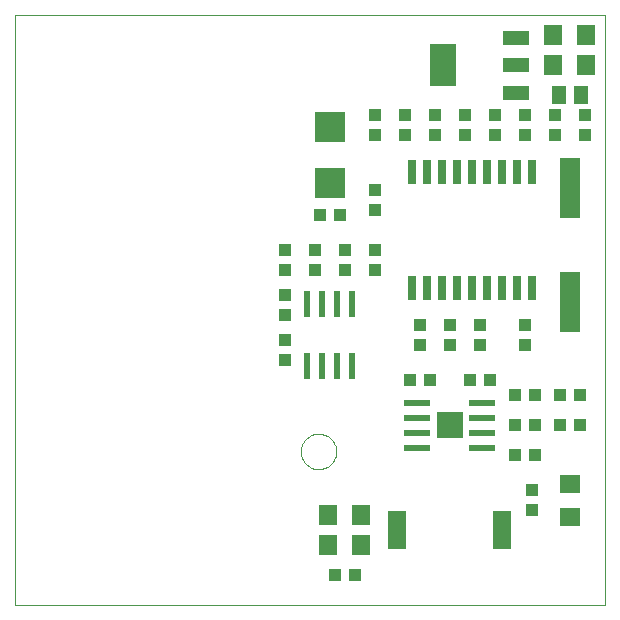
<source format=gtp>
G75*
G70*
%OFA0B0*%
%FSLAX24Y24*%
%IPPOS*%
%LPD*%
%AMOC8*
5,1,8,0,0,1.08239X$1,22.5*
%
%ADD10C,0.0000*%
%ADD11R,0.0260X0.0800*%
%ADD12R,0.0433X0.0394*%
%ADD13R,0.0394X0.0433*%
%ADD14R,0.0700X0.2000*%
%ADD15R,0.0240X0.0870*%
%ADD16R,0.1000X0.1000*%
%ADD17R,0.0630X0.0709*%
%ADD18R,0.0880X0.0480*%
%ADD19R,0.0866X0.1417*%
%ADD20R,0.0512X0.0591*%
%ADD21R,0.0870X0.0240*%
%ADD22R,0.0906X0.0906*%
%ADD23R,0.0630X0.1299*%
%ADD24R,0.0709X0.0630*%
D10*
X000655Y000655D02*
X000655Y020340D01*
X020340Y020340D01*
X020340Y000655D01*
X000655Y000655D01*
X010189Y005780D02*
X010191Y005828D01*
X010197Y005876D01*
X010207Y005923D01*
X010220Y005969D01*
X010238Y006014D01*
X010258Y006058D01*
X010283Y006100D01*
X010311Y006139D01*
X010341Y006176D01*
X010375Y006210D01*
X010412Y006242D01*
X010450Y006271D01*
X010491Y006296D01*
X010534Y006318D01*
X010579Y006336D01*
X010625Y006350D01*
X010672Y006361D01*
X010720Y006368D01*
X010768Y006371D01*
X010816Y006370D01*
X010864Y006365D01*
X010912Y006356D01*
X010958Y006344D01*
X011003Y006327D01*
X011047Y006307D01*
X011089Y006284D01*
X011129Y006257D01*
X011167Y006227D01*
X011202Y006194D01*
X011234Y006158D01*
X011264Y006120D01*
X011290Y006079D01*
X011312Y006036D01*
X011332Y005992D01*
X011347Y005947D01*
X011359Y005900D01*
X011367Y005852D01*
X011371Y005804D01*
X011371Y005756D01*
X011367Y005708D01*
X011359Y005660D01*
X011347Y005613D01*
X011332Y005568D01*
X011312Y005524D01*
X011290Y005481D01*
X011264Y005440D01*
X011234Y005402D01*
X011202Y005366D01*
X011167Y005333D01*
X011129Y005303D01*
X011089Y005276D01*
X011047Y005253D01*
X011003Y005233D01*
X010958Y005216D01*
X010912Y005204D01*
X010864Y005195D01*
X010816Y005190D01*
X010768Y005189D01*
X010720Y005192D01*
X010672Y005199D01*
X010625Y005210D01*
X010579Y005224D01*
X010534Y005242D01*
X010491Y005264D01*
X010450Y005289D01*
X010412Y005318D01*
X010375Y005350D01*
X010341Y005384D01*
X010311Y005421D01*
X010283Y005460D01*
X010258Y005502D01*
X010238Y005546D01*
X010220Y005591D01*
X010207Y005637D01*
X010197Y005684D01*
X010191Y005732D01*
X010189Y005780D01*
D11*
X013905Y011225D03*
X014405Y011225D03*
X014905Y011225D03*
X015405Y011225D03*
X015905Y011225D03*
X016405Y011225D03*
X016905Y011225D03*
X017405Y011225D03*
X017905Y011225D03*
X017905Y015085D03*
X017405Y015085D03*
X016905Y015085D03*
X016405Y015085D03*
X015905Y015085D03*
X015405Y015085D03*
X014905Y015085D03*
X014405Y015085D03*
X013905Y015085D03*
D12*
X014655Y016320D03*
X014655Y016990D03*
X015655Y016990D03*
X015655Y016320D03*
X016655Y016320D03*
X016655Y016990D03*
X017655Y016990D03*
X017655Y016320D03*
X018655Y016320D03*
X018655Y016990D03*
X012655Y016990D03*
X012655Y016320D03*
X011490Y013655D03*
X010820Y013655D03*
X010655Y012490D03*
X010655Y011820D03*
X009655Y011820D03*
X009655Y012490D03*
X011655Y012490D03*
X011655Y011820D03*
X014155Y009990D03*
X014155Y009320D03*
X015155Y009320D03*
X015155Y009990D03*
X016155Y009990D03*
X016155Y009320D03*
X015820Y008155D03*
X016490Y008155D03*
X017320Y006655D03*
X017990Y006655D03*
X018820Y007655D03*
X019490Y007655D03*
X017905Y004490D03*
X017905Y003820D03*
X014490Y008155D03*
X013820Y008155D03*
X011990Y001655D03*
X011320Y001655D03*
D13*
X017320Y005655D03*
X017990Y005655D03*
X018820Y006655D03*
X019490Y006655D03*
X017990Y007655D03*
X017320Y007655D03*
X017655Y009320D03*
X017655Y009990D03*
X012655Y011820D03*
X012655Y012490D03*
X012655Y013820D03*
X012655Y014490D03*
X013655Y016320D03*
X013655Y016990D03*
X009655Y010990D03*
X009655Y010320D03*
X009655Y009490D03*
X009655Y008820D03*
X019655Y016320D03*
X019655Y016990D03*
D14*
X019155Y014555D03*
X019155Y010755D03*
D15*
X011905Y010685D03*
X011405Y010685D03*
X010905Y010685D03*
X010405Y010685D03*
X010405Y008625D03*
X010905Y008625D03*
X011405Y008625D03*
X011905Y008625D03*
D16*
X011155Y014730D03*
X011155Y016580D03*
D17*
X018604Y018655D03*
X018604Y019655D03*
X019706Y019655D03*
X019706Y018655D03*
X012206Y003655D03*
X012206Y002655D03*
X011104Y002655D03*
X011104Y003655D03*
D18*
X017375Y017745D03*
X017375Y018655D03*
X017375Y019565D03*
D19*
X014935Y018655D03*
D20*
X018781Y017655D03*
X019529Y017655D03*
D21*
X016238Y007405D03*
X016238Y006905D03*
X016238Y006405D03*
X016238Y005905D03*
X014072Y005905D03*
X014072Y006405D03*
X014072Y006905D03*
X014072Y007405D03*
D22*
X015155Y006655D03*
D23*
X013403Y003155D03*
X016907Y003155D03*
D24*
X019155Y003604D03*
X019155Y004706D03*
M02*

</source>
